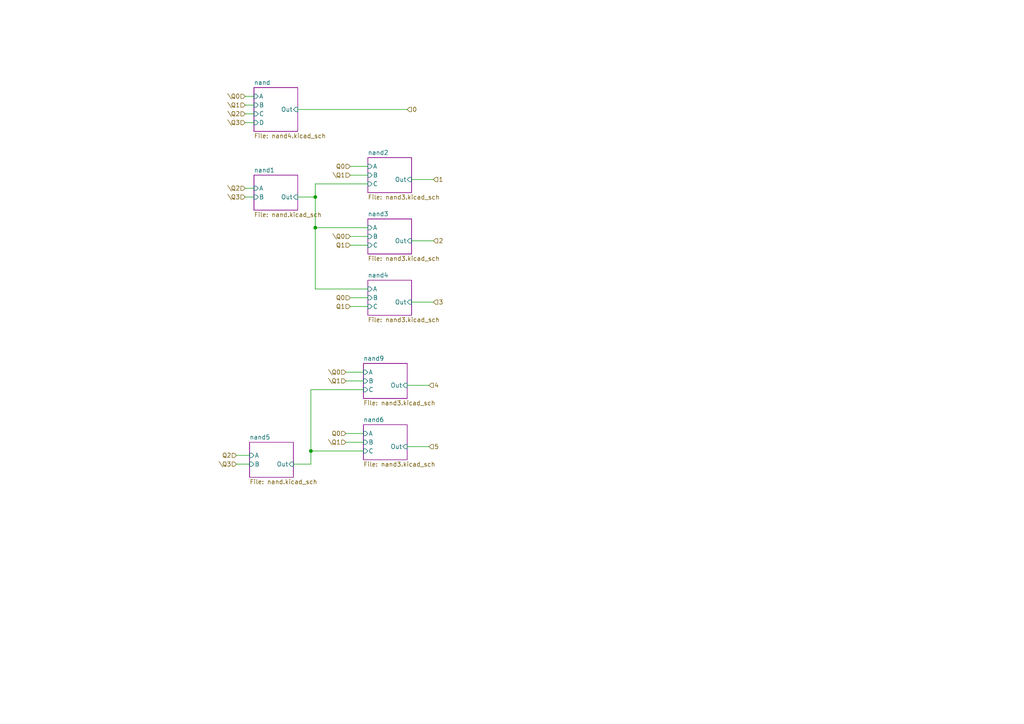
<source format=kicad_sch>
(kicad_sch
	(version 20250114)
	(generator "eeschema")
	(generator_version "9.0")
	(uuid "d5ecf7c5-cc32-42f9-83f7-6a2bca05c924")
	(paper "A4")
	(lib_symbols)
	(junction
		(at 91.44 66.04)
		(diameter 0)
		(color 0 0 0 0)
		(uuid "33c2250b-022e-44e0-a156-9dc2bcc25d49")
	)
	(junction
		(at 91.44 57.15)
		(diameter 0)
		(color 0 0 0 0)
		(uuid "8805f144-4aa1-42e0-aa5b-6bc986168750")
	)
	(junction
		(at 90.17 130.81)
		(diameter 0)
		(color 0 0 0 0)
		(uuid "f73d197f-5b3d-4820-90cd-1b4d518ac069")
	)
	(wire
		(pts
			(xy 91.44 83.82) (xy 106.68 83.82)
		)
		(stroke
			(width 0)
			(type default)
		)
		(uuid "054d6524-e28d-4551-b913-66bd061d7d8f")
	)
	(wire
		(pts
			(xy 71.12 57.15) (xy 73.66 57.15)
		)
		(stroke
			(width 0)
			(type default)
		)
		(uuid "21160c5a-cc8c-4401-85f1-6f99208f9f41")
	)
	(wire
		(pts
			(xy 71.12 27.94) (xy 73.66 27.94)
		)
		(stroke
			(width 0)
			(type default)
		)
		(uuid "2183954e-83fe-4b4b-86cc-646e2271bb6a")
	)
	(wire
		(pts
			(xy 91.44 53.34) (xy 106.68 53.34)
		)
		(stroke
			(width 0)
			(type default)
		)
		(uuid "23b44a8a-260c-4a2a-aee7-c83723b6dc38")
	)
	(wire
		(pts
			(xy 118.11 129.54) (xy 124.46 129.54)
		)
		(stroke
			(width 0)
			(type default)
		)
		(uuid "30603d1c-cef6-495e-a0a8-10a6c3c4167c")
	)
	(wire
		(pts
			(xy 68.58 134.62) (xy 72.39 134.62)
		)
		(stroke
			(width 0)
			(type default)
		)
		(uuid "33c9172e-6277-46ad-817f-a35f0f8527cb")
	)
	(wire
		(pts
			(xy 100.33 110.49) (xy 105.41 110.49)
		)
		(stroke
			(width 0)
			(type default)
		)
		(uuid "35739857-9fe8-4cde-ac29-e7e149af3b58")
	)
	(wire
		(pts
			(xy 86.36 31.75) (xy 118.11 31.75)
		)
		(stroke
			(width 0)
			(type default)
		)
		(uuid "370c3923-ae63-4d8e-83fb-2d52d187ddf9")
	)
	(wire
		(pts
			(xy 119.38 69.85) (xy 125.73 69.85)
		)
		(stroke
			(width 0)
			(type default)
		)
		(uuid "3974ecbd-3440-4e96-a080-f93b70a35785")
	)
	(wire
		(pts
			(xy 100.33 107.95) (xy 105.41 107.95)
		)
		(stroke
			(width 0)
			(type default)
		)
		(uuid "3ebf51fd-5e1c-4bf4-8f40-b452c42a77fa")
	)
	(wire
		(pts
			(xy 100.33 125.73) (xy 105.41 125.73)
		)
		(stroke
			(width 0)
			(type default)
		)
		(uuid "4505be2f-54b3-48a4-9d74-eadf5681e0b7")
	)
	(wire
		(pts
			(xy 101.6 71.12) (xy 106.68 71.12)
		)
		(stroke
			(width 0)
			(type default)
		)
		(uuid "46e913f6-2290-4e9b-9f55-0611f71079cf")
	)
	(wire
		(pts
			(xy 101.6 50.8) (xy 106.68 50.8)
		)
		(stroke
			(width 0)
			(type default)
		)
		(uuid "52f11b8c-9d88-4e73-9d9f-df4d407b9cbf")
	)
	(wire
		(pts
			(xy 119.38 87.63) (xy 125.73 87.63)
		)
		(stroke
			(width 0)
			(type default)
		)
		(uuid "5d15627f-4578-4f91-b2be-80e959abf427")
	)
	(wire
		(pts
			(xy 91.44 57.15) (xy 91.44 53.34)
		)
		(stroke
			(width 0)
			(type default)
		)
		(uuid "7415d877-281f-4b70-9308-a905d6ae24ea")
	)
	(wire
		(pts
			(xy 71.12 54.61) (xy 73.66 54.61)
		)
		(stroke
			(width 0)
			(type default)
		)
		(uuid "7876d6b2-2130-49b3-bcba-51e123e02f38")
	)
	(wire
		(pts
			(xy 71.12 35.56) (xy 73.66 35.56)
		)
		(stroke
			(width 0)
			(type default)
		)
		(uuid "79660776-abec-4fae-8537-67a7100574cc")
	)
	(wire
		(pts
			(xy 118.11 111.76) (xy 124.46 111.76)
		)
		(stroke
			(width 0)
			(type default)
		)
		(uuid "7b2990cd-1538-4b96-859c-5b085f642cf7")
	)
	(wire
		(pts
			(xy 105.41 113.03) (xy 90.17 113.03)
		)
		(stroke
			(width 0)
			(type default)
		)
		(uuid "7ba25ae8-c38e-4596-bd72-a7e47677d285")
	)
	(wire
		(pts
			(xy 100.33 128.27) (xy 105.41 128.27)
		)
		(stroke
			(width 0)
			(type default)
		)
		(uuid "8d005037-bea3-4541-ae33-545e53268777")
	)
	(wire
		(pts
			(xy 86.36 57.15) (xy 91.44 57.15)
		)
		(stroke
			(width 0)
			(type default)
		)
		(uuid "8d566c98-35b7-4dc4-9cc9-0426104e4bc3")
	)
	(wire
		(pts
			(xy 71.12 33.02) (xy 73.66 33.02)
		)
		(stroke
			(width 0)
			(type default)
		)
		(uuid "8d5832a8-763f-4870-bff9-0d36f8fd05d3")
	)
	(wire
		(pts
			(xy 90.17 130.81) (xy 105.41 130.81)
		)
		(stroke
			(width 0)
			(type default)
		)
		(uuid "9322ed10-66ea-48cf-9da5-db1ae4ccac03")
	)
	(wire
		(pts
			(xy 71.12 30.48) (xy 73.66 30.48)
		)
		(stroke
			(width 0)
			(type default)
		)
		(uuid "999fc084-9485-4daa-b7fc-5398813cc130")
	)
	(wire
		(pts
			(xy 101.6 48.26) (xy 106.68 48.26)
		)
		(stroke
			(width 0)
			(type default)
		)
		(uuid "a71a932f-40fa-4a08-8846-775b0292888d")
	)
	(wire
		(pts
			(xy 68.58 132.08) (xy 72.39 132.08)
		)
		(stroke
			(width 0)
			(type default)
		)
		(uuid "ad7902f7-acdd-4873-8dbb-2b824d535ceb")
	)
	(wire
		(pts
			(xy 119.38 52.07) (xy 125.73 52.07)
		)
		(stroke
			(width 0)
			(type default)
		)
		(uuid "b1571a58-620d-4755-9cd3-c4b6cb1c44a4")
	)
	(wire
		(pts
			(xy 101.6 68.58) (xy 106.68 68.58)
		)
		(stroke
			(width 0)
			(type default)
		)
		(uuid "b4cf2ead-5cdb-40a5-9fb8-1fce8f3e4658")
	)
	(wire
		(pts
			(xy 90.17 134.62) (xy 90.17 130.81)
		)
		(stroke
			(width 0)
			(type default)
		)
		(uuid "b506e024-238a-4dde-b07e-498b39a4c797")
	)
	(wire
		(pts
			(xy 91.44 66.04) (xy 91.44 57.15)
		)
		(stroke
			(width 0)
			(type default)
		)
		(uuid "ba65ba1f-7303-4634-999a-168ad645ab19")
	)
	(wire
		(pts
			(xy 91.44 66.04) (xy 91.44 83.82)
		)
		(stroke
			(width 0)
			(type default)
		)
		(uuid "c0afb00f-a22f-40f4-ba7b-e74f71179c85")
	)
	(wire
		(pts
			(xy 90.17 113.03) (xy 90.17 130.81)
		)
		(stroke
			(width 0)
			(type default)
		)
		(uuid "c23409c7-867c-4ccf-9035-dfda8b0b38d9")
	)
	(wire
		(pts
			(xy 101.6 88.9) (xy 106.68 88.9)
		)
		(stroke
			(width 0)
			(type default)
		)
		(uuid "c56a422b-651e-499a-b585-7614ecd1f02d")
	)
	(wire
		(pts
			(xy 91.44 66.04) (xy 106.68 66.04)
		)
		(stroke
			(width 0)
			(type default)
		)
		(uuid "c715bf48-ec80-4cc9-8952-64c0cd8e96d8")
	)
	(wire
		(pts
			(xy 101.6 86.36) (xy 106.68 86.36)
		)
		(stroke
			(width 0)
			(type default)
		)
		(uuid "cc61a133-3ca6-4524-9cc2-5569290d120b")
	)
	(wire
		(pts
			(xy 85.09 134.62) (xy 90.17 134.62)
		)
		(stroke
			(width 0)
			(type default)
		)
		(uuid "e6449488-a90a-470f-8498-9338c6954307")
	)
	(hierarchical_label "\\Q1"
		(shape input)
		(at 101.6 50.8 180)
		(effects
			(font
				(size 1.27 1.27)
			)
			(justify right)
		)
		(uuid "09842e2c-2db1-4ed5-85df-9313d5e93995")
	)
	(hierarchical_label "\\Q3"
		(shape input)
		(at 71.12 35.56 180)
		(effects
			(font
				(size 1.27 1.27)
			)
			(justify right)
		)
		(uuid "09e516ea-c5b4-4e64-9318-a2bf3275c090")
	)
	(hierarchical_label "\\Q0"
		(shape input)
		(at 71.12 27.94 180)
		(effects
			(font
				(size 1.27 1.27)
			)
			(justify right)
		)
		(uuid "1aafea7e-6e23-4a38-843d-d2de4ca09661")
	)
	(hierarchical_label "2"
		(shape input)
		(at 125.73 69.85 0)
		(effects
			(font
				(size 1.27 1.27)
			)
			(justify left)
		)
		(uuid "208dcd12-bc4a-4ac1-8430-dd25910524ac")
	)
	(hierarchical_label "\\Q3"
		(shape input)
		(at 71.12 57.15 180)
		(effects
			(font
				(size 1.27 1.27)
			)
			(justify right)
		)
		(uuid "27c762fa-747f-40a4-bb4f-ea4201eea31a")
	)
	(hierarchical_label "\\Q0"
		(shape input)
		(at 101.6 68.58 180)
		(effects
			(font
				(size 1.27 1.27)
			)
			(justify right)
		)
		(uuid "2ffe6ded-d955-424c-ba3a-73f14475c029")
	)
	(hierarchical_label "\\Q1"
		(shape input)
		(at 100.33 128.27 180)
		(effects
			(font
				(size 1.27 1.27)
			)
			(justify right)
		)
		(uuid "3cbc6c24-b7cf-426f-92ed-eda9132ab439")
	)
	(hierarchical_label "\\Q3"
		(shape input)
		(at 68.58 134.62 180)
		(effects
			(font
				(size 1.27 1.27)
			)
			(justify right)
		)
		(uuid "3f293204-174b-4394-bd75-2b22cdc08200")
	)
	(hierarchical_label "4"
		(shape input)
		(at 124.46 111.76 0)
		(effects
			(font
				(size 1.27 1.27)
			)
			(justify left)
		)
		(uuid "40bc0e9a-17b7-4152-a016-0c7fdf6c4e60")
	)
	(hierarchical_label "Q1"
		(shape input)
		(at 101.6 88.9 180)
		(effects
			(font
				(size 1.27 1.27)
			)
			(justify right)
		)
		(uuid "43192b2f-dcdb-409e-9864-366b0fd051ca")
	)
	(hierarchical_label "\\Q1"
		(shape input)
		(at 100.33 110.49 180)
		(effects
			(font
				(size 1.27 1.27)
			)
			(justify right)
		)
		(uuid "432823bc-9df1-4b00-a259-e6294ee46f21")
	)
	(hierarchical_label "\\Q2"
		(shape input)
		(at 71.12 33.02 180)
		(effects
			(font
				(size 1.27 1.27)
			)
			(justify right)
		)
		(uuid "4c10a1f1-e177-40d1-bc1c-e9bc9ce5a474")
	)
	(hierarchical_label "\\Q1"
		(shape input)
		(at 71.12 30.48 180)
		(effects
			(font
				(size 1.27 1.27)
			)
			(justify right)
		)
		(uuid "66b072df-23ed-48bb-9a90-17473bec65be")
	)
	(hierarchical_label "0"
		(shape input)
		(at 118.11 31.75 0)
		(effects
			(font
				(size 1.27 1.27)
			)
			(justify left)
		)
		(uuid "6cab6421-6a8f-41bb-90d5-2adfb271f461")
	)
	(hierarchical_label "1"
		(shape input)
		(at 125.73 52.07 0)
		(effects
			(font
				(size 1.27 1.27)
			)
			(justify left)
		)
		(uuid "71f6fc21-84a8-4f25-8866-8819f75de7be")
	)
	(hierarchical_label "Q0"
		(shape input)
		(at 101.6 48.26 180)
		(effects
			(font
				(size 1.27 1.27)
			)
			(justify right)
		)
		(uuid "812d6b5b-4618-4ae0-a3c5-3849fb15ba44")
	)
	(hierarchical_label "5"
		(shape input)
		(at 124.46 129.54 0)
		(effects
			(font
				(size 1.27 1.27)
			)
			(justify left)
		)
		(uuid "8982436b-edcf-45c0-ae6c-a95c05949fa8")
	)
	(hierarchical_label "\\Q2"
		(shape input)
		(at 71.12 54.61 180)
		(effects
			(font
				(size 1.27 1.27)
			)
			(justify right)
		)
		(uuid "a6ba403f-f709-49a0-a383-8362bf3d8d98")
	)
	(hierarchical_label "\\Q0"
		(shape input)
		(at 100.33 107.95 180)
		(effects
			(font
				(size 1.27 1.27)
			)
			(justify right)
		)
		(uuid "dd9f15a3-a024-416e-b8ee-510b4c8f3c4e")
	)
	(hierarchical_label "Q0"
		(shape input)
		(at 101.6 86.36 180)
		(effects
			(font
				(size 1.27 1.27)
			)
			(justify right)
		)
		(uuid "e02741b3-a8fa-4d38-b8a7-6c7dd395cb85")
	)
	(hierarchical_label "Q2"
		(shape input)
		(at 68.58 132.08 180)
		(effects
			(font
				(size 1.27 1.27)
			)
			(justify right)
		)
		(uuid "f3c51083-833c-49f8-993e-b6ec9870f280")
	)
	(hierarchical_label "Q1"
		(shape input)
		(at 101.6 71.12 180)
		(effects
			(font
				(size 1.27 1.27)
			)
			(justify right)
		)
		(uuid "f4c0dc3f-5183-4da4-812a-a65e42c76319")
	)
	(hierarchical_label "Q0"
		(shape input)
		(at 100.33 125.73 180)
		(effects
			(font
				(size 1.27 1.27)
			)
			(justify right)
		)
		(uuid "f9673ebb-06db-4ede-843a-6682b8138722")
	)
	(hierarchical_label "3"
		(shape input)
		(at 125.73 87.63 0)
		(effects
			(font
				(size 1.27 1.27)
			)
			(justify left)
		)
		(uuid "fd1f395b-6cb2-47e5-941f-4e6d44f75e32")
	)
	(sheet
		(at 106.68 81.28)
		(size 12.7 10.16)
		(exclude_from_sim no)
		(in_bom yes)
		(on_board yes)
		(dnp no)
		(fields_autoplaced yes)
		(stroke
			(width 0.1524)
			(type solid)
			(color 132 0 132 1)
		)
		(fill
			(color 255 255 255 0.0000)
		)
		(uuid "2f93fe86-ecb5-4742-9959-11a3fa208850")
		(property "Sheetname" "nand4"
			(at 106.68 80.5684 0)
			(effects
				(font
					(size 1.27 1.27)
				)
				(justify left bottom)
			)
		)
		(property "Sheetfile" "nand3.kicad_sch"
			(at 106.68 92.0246 0)
			(effects
				(font
					(size 1.27 1.27)
				)
				(justify left top)
			)
		)
		(pin "A" input
			(at 106.68 83.82 180)
			(uuid "a87daae0-9199-4a32-b5ef-1f1f5d349688")
			(effects
				(font
					(size 1.27 1.27)
				)
				(justify left)
			)
		)
		(pin "B" input
			(at 106.68 86.36 180)
			(uuid "1f2da0f0-e9a5-4bac-8693-32303e88a172")
			(effects
				(font
					(size 1.27 1.27)
				)
				(justify left)
			)
		)
		(pin "Out" input
			(at 119.38 87.63 0)
			(uuid "70270327-d5b9-4e62-9541-e1c836b4bf83")
			(effects
				(font
					(size 1.27 1.27)
				)
				(justify right)
			)
		)
		(pin "C" input
			(at 106.68 88.9 180)
			(uuid "19f015eb-7258-4b9f-a651-e2d8a67204f6")
			(effects
				(font
					(size 1.27 1.27)
				)
				(justify left)
			)
		)
		(instances
			(project "transistor-clock"
				(path "/ce10d5bc-995e-4952-aa76-0a08f713a0f2/2c36a9e9-de42-4705-9ad4-94f4cc168e2f/d1a94e5b-c816-4015-8ed8-33cd53e200ca"
					(page "273")
				)
				(path "/ce10d5bc-995e-4952-aa76-0a08f713a0f2/2c36a9e9-de42-4705-9ad4-94f4cc168e2f/17506e18-a9be-4894-89ef-dc197f5398c9"
					(page "311")
				)
			)
		)
	)
	(sheet
		(at 73.66 50.8)
		(size 12.7 10.16)
		(exclude_from_sim no)
		(in_bom yes)
		(on_board yes)
		(dnp no)
		(fields_autoplaced yes)
		(stroke
			(width 0.1524)
			(type solid)
			(color 132 0 132 1)
		)
		(fill
			(color 255 255 255 0.0000)
		)
		(uuid "3a29ae60-7af2-4daa-8037-fa7ab4fb86d3")
		(property "Sheetname" "nand1"
			(at 73.66 50.0884 0)
			(effects
				(font
					(size 1.27 1.27)
				)
				(justify left bottom)
			)
		)
		(property "Sheetfile" "nand.kicad_sch"
			(at 73.66 61.5446 0)
			(effects
				(font
					(size 1.27 1.27)
				)
				(justify left top)
			)
		)
		(pin "A" input
			(at 73.66 54.61 180)
			(uuid "b9f361ee-ace5-47e7-808a-178b464a0ed0")
			(effects
				(font
					(size 1.27 1.27)
				)
				(justify left)
			)
		)
		(pin "B" input
			(at 73.66 57.15 180)
			(uuid "705cde26-0e3e-4a10-a2e9-288a7624fd86")
			(effects
				(font
					(size 1.27 1.27)
				)
				(justify left)
			)
		)
		(pin "Out" input
			(at 86.36 57.15 0)
			(uuid "a20af34d-8c40-41f1-86d1-c6a0f738041d")
			(effects
				(font
					(size 1.27 1.27)
				)
				(justify right)
			)
		)
		(instances
			(project "transistor-clock"
				(path "/ce10d5bc-995e-4952-aa76-0a08f713a0f2/2c36a9e9-de42-4705-9ad4-94f4cc168e2f/d1a94e5b-c816-4015-8ed8-33cd53e200ca"
					(page "278")
				)
				(path "/ce10d5bc-995e-4952-aa76-0a08f713a0f2/2c36a9e9-de42-4705-9ad4-94f4cc168e2f/17506e18-a9be-4894-89ef-dc197f5398c9"
					(page "316")
				)
			)
		)
	)
	(sheet
		(at 105.41 105.41)
		(size 12.7 10.16)
		(exclude_from_sim no)
		(in_bom yes)
		(on_board yes)
		(dnp no)
		(fields_autoplaced yes)
		(stroke
			(width 0.1524)
			(type solid)
			(color 132 0 132 1)
		)
		(fill
			(color 255 255 255 0.0000)
		)
		(uuid "64faff20-6d80-4621-8340-0c2d8179cafa")
		(property "Sheetname" "nand9"
			(at 105.41 104.6984 0)
			(effects
				(font
					(size 1.27 1.27)
				)
				(justify left bottom)
			)
		)
		(property "Sheetfile" "nand3.kicad_sch"
			(at 105.41 116.1546 0)
			(effects
				(font
					(size 1.27 1.27)
				)
				(justify left top)
			)
		)
		(pin "A" input
			(at 105.41 107.95 180)
			(uuid "8822d095-12a3-4d9b-9223-a9c6dcb05961")
			(effects
				(font
					(size 1.27 1.27)
				)
				(justify left)
			)
		)
		(pin "B" input
			(at 105.41 110.49 180)
			(uuid "de1ddc53-bcf1-4cfd-9f64-8c32004c4be5")
			(effects
				(font
					(size 1.27 1.27)
				)
				(justify left)
			)
		)
		(pin "Out" input
			(at 118.11 111.76 0)
			(uuid "83942c15-0de8-4bf6-b374-b6e808b1cc80")
			(effects
				(font
					(size 1.27 1.27)
				)
				(justify right)
			)
		)
		(pin "C" input
			(at 105.41 113.03 180)
			(uuid "283fceb6-536a-4aef-a616-c0891876f128")
			(effects
				(font
					(size 1.27 1.27)
				)
				(justify left)
			)
		)
		(instances
			(project "transistor-clock"
				(path "/ce10d5bc-995e-4952-aa76-0a08f713a0f2/2c36a9e9-de42-4705-9ad4-94f4cc168e2f/d1a94e5b-c816-4015-8ed8-33cd53e200ca"
					(page "271")
				)
				(path "/ce10d5bc-995e-4952-aa76-0a08f713a0f2/2c36a9e9-de42-4705-9ad4-94f4cc168e2f/17506e18-a9be-4894-89ef-dc197f5398c9"
					(page "309")
				)
			)
		)
	)
	(sheet
		(at 105.41 123.19)
		(size 12.7 10.16)
		(exclude_from_sim no)
		(in_bom yes)
		(on_board yes)
		(dnp no)
		(fields_autoplaced yes)
		(stroke
			(width 0.1524)
			(type solid)
			(color 132 0 132 1)
		)
		(fill
			(color 255 255 255 0.0000)
		)
		(uuid "8c017533-2177-45ba-9ed3-aa4691e35b5f")
		(property "Sheetname" "nand6"
			(at 105.41 122.4784 0)
			(effects
				(font
					(size 1.27 1.27)
				)
				(justify left bottom)
			)
		)
		(property "Sheetfile" "nand3.kicad_sch"
			(at 105.41 133.9346 0)
			(effects
				(font
					(size 1.27 1.27)
				)
				(justify left top)
			)
		)
		(pin "A" input
			(at 105.41 125.73 180)
			(uuid "dd038001-57b5-4036-bd98-9a122f700241")
			(effects
				(font
					(size 1.27 1.27)
				)
				(justify left)
			)
		)
		(pin "B" input
			(at 105.41 128.27 180)
			(uuid "6346ccc7-423d-4d6a-b3ca-5cea5401dd80")
			(effects
				(font
					(size 1.27 1.27)
				)
				(justify left)
			)
		)
		(pin "Out" input
			(at 118.11 129.54 0)
			(uuid "0a1a46ed-a01e-424e-8025-b5c9937f5d0e")
			(effects
				(font
					(size 1.27 1.27)
				)
				(justify right)
			)
		)
		(pin "C" input
			(at 105.41 130.81 180)
			(uuid "e88b7516-9474-4341-bb40-205f8a8eb009")
			(effects
				(font
					(size 1.27 1.27)
				)
				(justify left)
			)
		)
		(instances
			(project "transistor-clock"
				(path "/ce10d5bc-995e-4952-aa76-0a08f713a0f2/2c36a9e9-de42-4705-9ad4-94f4cc168e2f/d1a94e5b-c816-4015-8ed8-33cd53e200ca"
					(page "272")
				)
				(path "/ce10d5bc-995e-4952-aa76-0a08f713a0f2/2c36a9e9-de42-4705-9ad4-94f4cc168e2f/17506e18-a9be-4894-89ef-dc197f5398c9"
					(page "310")
				)
			)
		)
	)
	(sheet
		(at 106.68 63.5)
		(size 12.7 10.16)
		(exclude_from_sim no)
		(in_bom yes)
		(on_board yes)
		(dnp no)
		(fields_autoplaced yes)
		(stroke
			(width 0.1524)
			(type solid)
			(color 132 0 132 1)
		)
		(fill
			(color 255 255 255 0.0000)
		)
		(uuid "b526f3da-cd3f-44fb-a667-1a90246d5ad7")
		(property "Sheetname" "nand3"
			(at 106.68 62.7884 0)
			(effects
				(font
					(size 1.27 1.27)
				)
				(justify left bottom)
			)
		)
		(property "Sheetfile" "nand3.kicad_sch"
			(at 106.68 74.2446 0)
			(effects
				(font
					(size 1.27 1.27)
				)
				(justify left top)
			)
		)
		(pin "A" input
			(at 106.68 66.04 180)
			(uuid "d95da665-04a9-400f-bed3-197b1cd658a4")
			(effects
				(font
					(size 1.27 1.27)
				)
				(justify left)
			)
		)
		(pin "B" input
			(at 106.68 68.58 180)
			(uuid "73d67543-d4c6-4f9b-82ae-5e91f7e0c234")
			(effects
				(font
					(size 1.27 1.27)
				)
				(justify left)
			)
		)
		(pin "Out" input
			(at 119.38 69.85 0)
			(uuid "7d389327-fae5-48c2-a3b4-a468f54a7bad")
			(effects
				(font
					(size 1.27 1.27)
				)
				(justify right)
			)
		)
		(pin "C" input
			(at 106.68 71.12 180)
			(uuid "b5b8d05f-d1f5-4b6d-a6e5-8b10dcf2cf37")
			(effects
				(font
					(size 1.27 1.27)
				)
				(justify left)
			)
		)
		(instances
			(project "transistor-clock"
				(path "/ce10d5bc-995e-4952-aa76-0a08f713a0f2/2c36a9e9-de42-4705-9ad4-94f4cc168e2f/d1a94e5b-c816-4015-8ed8-33cd53e200ca"
					(page "275")
				)
				(path "/ce10d5bc-995e-4952-aa76-0a08f713a0f2/2c36a9e9-de42-4705-9ad4-94f4cc168e2f/17506e18-a9be-4894-89ef-dc197f5398c9"
					(page "313")
				)
			)
		)
	)
	(sheet
		(at 73.66 25.4)
		(size 12.7 12.7)
		(exclude_from_sim no)
		(in_bom yes)
		(on_board yes)
		(dnp no)
		(fields_autoplaced yes)
		(stroke
			(width 0.1524)
			(type solid)
			(color 132 0 132 1)
		)
		(fill
			(color 255 255 255 0.0000)
		)
		(uuid "ce418c28-966b-4921-8af8-a8da2b70a35b")
		(property "Sheetname" "nand"
			(at 73.66 24.6884 0)
			(effects
				(font
					(size 1.27 1.27)
				)
				(justify left bottom)
			)
		)
		(property "Sheetfile" "nand4.kicad_sch"
			(at 73.66 38.6846 0)
			(effects
				(font
					(size 1.27 1.27)
				)
				(justify left top)
			)
		)
		(pin "A" input
			(at 73.66 27.94 180)
			(uuid "28355bc6-4931-4fd1-ba2a-c1618e184d81")
			(effects
				(font
					(size 1.27 1.27)
				)
				(justify left)
			)
		)
		(pin "B" input
			(at 73.66 30.48 180)
			(uuid "71966f14-173a-4c8a-a93d-d517f923c076")
			(effects
				(font
					(size 1.27 1.27)
				)
				(justify left)
			)
		)
		(pin "C" input
			(at 73.66 33.02 180)
			(uuid "3b84578d-862f-4c19-847a-8393cf52254b")
			(effects
				(font
					(size 1.27 1.27)
				)
				(justify left)
			)
		)
		(pin "D" input
			(at 73.66 35.56 180)
			(uuid "d1e330e8-202a-4e87-84e2-f1d35f2c4bda")
			(effects
				(font
					(size 1.27 1.27)
				)
				(justify left)
			)
		)
		(pin "Out" input
			(at 86.36 31.75 0)
			(uuid "523e392d-7119-40e7-bc1e-9d962520d86c")
			(effects
				(font
					(size 1.27 1.27)
				)
				(justify right)
			)
		)
		(instances
			(project "transistor-clock"
				(path "/ce10d5bc-995e-4952-aa76-0a08f713a0f2/2c36a9e9-de42-4705-9ad4-94f4cc168e2f/d1a94e5b-c816-4015-8ed8-33cd53e200ca"
					(page "277")
				)
				(path "/ce10d5bc-995e-4952-aa76-0a08f713a0f2/2c36a9e9-de42-4705-9ad4-94f4cc168e2f/17506e18-a9be-4894-89ef-dc197f5398c9"
					(page "315")
				)
			)
		)
	)
	(sheet
		(at 106.68 45.72)
		(size 12.7 10.16)
		(exclude_from_sim no)
		(in_bom yes)
		(on_board yes)
		(dnp no)
		(fields_autoplaced yes)
		(stroke
			(width 0.1524)
			(type solid)
			(color 132 0 132 1)
		)
		(fill
			(color 255 255 255 0.0000)
		)
		(uuid "d20b77de-afdd-46b4-a9eb-89655f749308")
		(property "Sheetname" "nand2"
			(at 106.68 45.0084 0)
			(effects
				(font
					(size 1.27 1.27)
				)
				(justify left bottom)
			)
		)
		(property "Sheetfile" "nand3.kicad_sch"
			(at 106.68 56.4646 0)
			(effects
				(font
					(size 1.27 1.27)
				)
				(justify left top)
			)
		)
		(pin "A" input
			(at 106.68 48.26 180)
			(uuid "f1781a1d-653a-4759-99ad-829ec4167c1e")
			(effects
				(font
					(size 1.27 1.27)
				)
				(justify left)
			)
		)
		(pin "B" input
			(at 106.68 50.8 180)
			(uuid "0a4ed590-862b-40f5-86d3-62982b2b4f7c")
			(effects
				(font
					(size 1.27 1.27)
				)
				(justify left)
			)
		)
		(pin "Out" input
			(at 119.38 52.07 0)
			(uuid "f57468e3-34ef-49e5-b633-d11ced2741a3")
			(effects
				(font
					(size 1.27 1.27)
				)
				(justify right)
			)
		)
		(pin "C" input
			(at 106.68 53.34 180)
			(uuid "79711926-ecbc-4777-96fe-853c8f4a1ef9")
			(effects
				(font
					(size 1.27 1.27)
				)
				(justify left)
			)
		)
		(instances
			(project "transistor-clock"
				(path "/ce10d5bc-995e-4952-aa76-0a08f713a0f2/2c36a9e9-de42-4705-9ad4-94f4cc168e2f/d1a94e5b-c816-4015-8ed8-33cd53e200ca"
					(page "276")
				)
				(path "/ce10d5bc-995e-4952-aa76-0a08f713a0f2/2c36a9e9-de42-4705-9ad4-94f4cc168e2f/17506e18-a9be-4894-89ef-dc197f5398c9"
					(page "314")
				)
			)
		)
	)
	(sheet
		(at 72.39 128.27)
		(size 12.7 10.16)
		(exclude_from_sim no)
		(in_bom yes)
		(on_board yes)
		(dnp no)
		(fields_autoplaced yes)
		(stroke
			(width 0.1524)
			(type solid)
			(color 132 0 132 1)
		)
		(fill
			(color 255 255 255 0.0000)
		)
		(uuid "f6607670-eb42-4389-8793-abe07d209520")
		(property "Sheetname" "nand5"
			(at 72.39 127.5584 0)
			(effects
				(font
					(size 1.27 1.27)
				)
				(justify left bottom)
			)
		)
		(property "Sheetfile" "nand.kicad_sch"
			(at 72.39 139.0146 0)
			(effects
				(font
					(size 1.27 1.27)
				)
				(justify left top)
			)
		)
		(pin "A" input
			(at 72.39 132.08 180)
			(uuid "4595a967-41fd-40b5-ba85-6d50933800f2")
			(effects
				(font
					(size 1.27 1.27)
				)
				(justify left)
			)
		)
		(pin "B" input
			(at 72.39 134.62 180)
			(uuid "540f7b4e-a684-4f69-a4d9-66bc298c5a54")
			(effects
				(font
					(size 1.27 1.27)
				)
				(justify left)
			)
		)
		(pin "Out" input
			(at 85.09 134.62 0)
			(uuid "e6d8eae0-b6f4-4962-9a6a-f95cc0504a09")
			(effects
				(font
					(size 1.27 1.27)
				)
				(justify right)
			)
		)
		(instances
			(project "transistor-clock"
				(path "/ce10d5bc-995e-4952-aa76-0a08f713a0f2/2c36a9e9-de42-4705-9ad4-94f4cc168e2f/d1a94e5b-c816-4015-8ed8-33cd53e200ca"
					(page "274")
				)
				(path "/ce10d5bc-995e-4952-aa76-0a08f713a0f2/2c36a9e9-de42-4705-9ad4-94f4cc168e2f/17506e18-a9be-4894-89ef-dc197f5398c9"
					(page "312")
				)
			)
		)
	)
)

</source>
